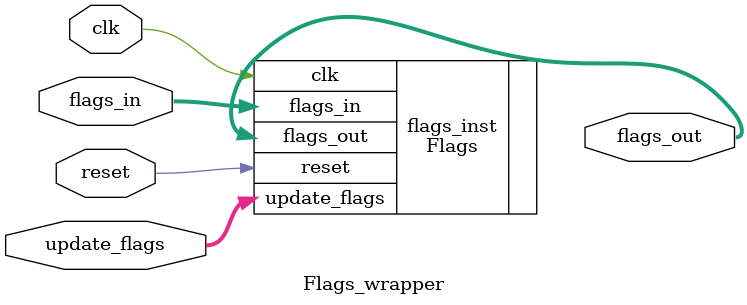
<source format=sv>

`default_nettype none

`include "FlagsDefinitions.svh"

module Flags_wrapper(
    input logic clk,
    input logic reset,
    input logic [15:0] flags_in,
    input logic [8:0] update_flags,
    output logic [15:0] flags_out
);

// Instantiate the actual Flags module
Flags flags_inst (
    .clk(clk),
    .reset(reset),
    .flags_in(flags_in),
    .update_flags(update_flags),
    .flags_out(flags_out)
);

endmodule

</source>
